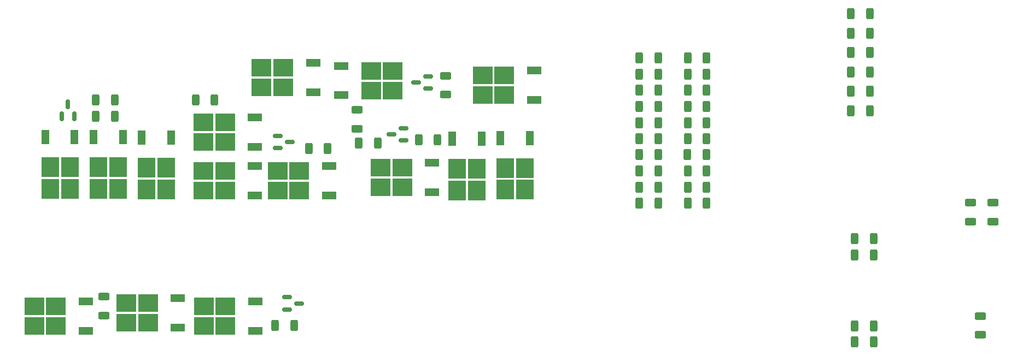
<source format=gbr>
%TF.GenerationSoftware,KiCad,Pcbnew,(6.0.0)*%
%TF.CreationDate,2022-05-14T16:49:07-07:00*%
%TF.ProjectId,Contrl Board GERBER,436f6e74-726c-4204-926f-617264204745,rev?*%
%TF.SameCoordinates,Original*%
%TF.FileFunction,Paste,Bot*%
%TF.FilePolarity,Positive*%
%FSLAX46Y46*%
G04 Gerber Fmt 4.6, Leading zero omitted, Abs format (unit mm)*
G04 Created by KiCad (PCBNEW (6.0.0)) date 2022-05-14 16:49:07*
%MOMM*%
%LPD*%
G01*
G04 APERTURE LIST*
G04 Aperture macros list*
%AMRoundRect*
0 Rectangle with rounded corners*
0 $1 Rounding radius*
0 $2 $3 $4 $5 $6 $7 $8 $9 X,Y pos of 4 corners*
0 Add a 4 corners polygon primitive as box body*
4,1,4,$2,$3,$4,$5,$6,$7,$8,$9,$2,$3,0*
0 Add four circle primitives for the rounded corners*
1,1,$1+$1,$2,$3*
1,1,$1+$1,$4,$5*
1,1,$1+$1,$6,$7*
1,1,$1+$1,$8,$9*
0 Add four rect primitives between the rounded corners*
20,1,$1+$1,$2,$3,$4,$5,0*
20,1,$1+$1,$4,$5,$6,$7,0*
20,1,$1+$1,$6,$7,$8,$9,0*
20,1,$1+$1,$8,$9,$2,$3,0*%
G04 Aperture macros list end*
%ADD10RoundRect,0.250000X0.625000X-0.312500X0.625000X0.312500X-0.625000X0.312500X-0.625000X-0.312500X0*%
%ADD11RoundRect,0.250000X-0.312500X-0.625000X0.312500X-0.625000X0.312500X0.625000X-0.312500X0.625000X0*%
%ADD12R,3.050000X2.750000*%
%ADD13R,2.200000X1.200000*%
%ADD14RoundRect,0.250000X0.312500X0.625000X-0.312500X0.625000X-0.312500X-0.625000X0.312500X-0.625000X0*%
%ADD15RoundRect,0.150000X0.587500X0.150000X-0.587500X0.150000X-0.587500X-0.150000X0.587500X-0.150000X0*%
%ADD16RoundRect,0.150000X-0.587500X-0.150000X0.587500X-0.150000X0.587500X0.150000X-0.587500X0.150000X0*%
%ADD17RoundRect,0.150000X0.150000X-0.587500X0.150000X0.587500X-0.150000X0.587500X-0.150000X-0.587500X0*%
%ADD18R,2.750000X3.050000*%
%ADD19R,1.200000X2.200000*%
%ADD20RoundRect,0.250000X-0.625000X0.312500X-0.625000X-0.312500X0.625000X-0.312500X0.625000X0.312500X0*%
G04 APERTURE END LIST*
D10*
%TO.C,R147*%
X176200000Y-54895000D03*
X176200000Y-51970000D03*
%TD*%
D11*
%TO.C,R155*%
X121432500Y-47070000D03*
X124357500Y-47070000D03*
%TD*%
D10*
%TO.C,R101*%
X38520000Y-69492500D03*
X38520000Y-66567500D03*
%TD*%
D12*
%TO.C,Q7*%
X45350000Y-70575000D03*
X42000000Y-70575000D03*
X42000000Y-67525000D03*
X45350000Y-67525000D03*
D13*
X49975000Y-66770000D03*
X49975000Y-71330000D03*
%TD*%
D14*
%TO.C,R102*%
X67942500Y-71030000D03*
X65017500Y-71030000D03*
%TD*%
D11*
%TO.C,R151*%
X121432500Y-52070000D03*
X124357500Y-52070000D03*
%TD*%
%TO.C,R163*%
X121432500Y-37070000D03*
X124357500Y-37070000D03*
%TD*%
%TO.C,R114*%
X87257500Y-42270000D03*
X90182500Y-42270000D03*
%TD*%
%TO.C,R164*%
X128932500Y-34570000D03*
X131857500Y-34570000D03*
%TD*%
D15*
%TO.C,Q30*%
X88737500Y-32400000D03*
X88737500Y-34300000D03*
X86862500Y-33350000D03*
%TD*%
D11*
%TO.C,R159*%
X121432500Y-42050000D03*
X124357500Y-42050000D03*
%TD*%
%TO.C,R157*%
X121432500Y-44550000D03*
X124357500Y-44550000D03*
%TD*%
%TO.C,R160*%
X128932500Y-39570000D03*
X131857500Y-39570000D03*
%TD*%
D16*
%TO.C,Q12*%
X65412500Y-43500000D03*
X65412500Y-41600000D03*
X67287500Y-42550000D03*
%TD*%
D10*
%TO.C,R122*%
X91470000Y-35242500D03*
X91470000Y-32317500D03*
%TD*%
D11*
%TO.C,R156*%
X128875000Y-44550000D03*
X131800000Y-44550000D03*
%TD*%
%TO.C,R109*%
X37275000Y-36050000D03*
X40200000Y-36050000D03*
%TD*%
D14*
%TO.C,R103*%
X157125000Y-25710000D03*
X154200000Y-25710000D03*
%TD*%
D11*
%TO.C,R168*%
X128932500Y-29570000D03*
X131857500Y-29570000D03*
%TD*%
D12*
%TO.C,Q5*%
X27725000Y-68025000D03*
X31075000Y-68025000D03*
X27725000Y-71075000D03*
X31075000Y-71075000D03*
D13*
X35700000Y-67270000D03*
X35700000Y-71830000D03*
%TD*%
D11*
%TO.C,R134*%
X154757500Y-73570000D03*
X157682500Y-73570000D03*
%TD*%
%TO.C,R152*%
X128932500Y-49570000D03*
X131857500Y-49570000D03*
%TD*%
D14*
%TO.C,R118*%
X157125000Y-37710000D03*
X154200000Y-37710000D03*
%TD*%
D16*
%TO.C,Q8*%
X66862500Y-68550000D03*
X66862500Y-66650000D03*
X68737500Y-67600000D03*
%TD*%
D12*
%TO.C,Q11*%
X57275000Y-42575000D03*
X53925000Y-39525000D03*
X53925000Y-42575000D03*
X57275000Y-39525000D03*
D13*
X61900000Y-38770000D03*
X61900000Y-43330000D03*
%TD*%
D11*
%TO.C,R133*%
X154757500Y-57570000D03*
X157682500Y-57570000D03*
%TD*%
D14*
%TO.C,R113*%
X80892500Y-42780000D03*
X77967500Y-42780000D03*
%TD*%
D11*
%TO.C,R106*%
X70257500Y-43570000D03*
X73182500Y-43570000D03*
%TD*%
D17*
%TO.C,Q16*%
X33900000Y-38587500D03*
X32000000Y-38587500D03*
X32950000Y-36712500D03*
%TD*%
D18*
%TO.C,Q19*%
X96225000Y-50075000D03*
X96225000Y-46725000D03*
X93175000Y-50075000D03*
X93175000Y-46725000D03*
D19*
X92420000Y-42100000D03*
X96980000Y-42100000D03*
%TD*%
D10*
%TO.C,R145*%
X174220000Y-72492500D03*
X174220000Y-69567500D03*
%TD*%
D18*
%TO.C,Q15*%
X33225000Y-49825000D03*
X30175000Y-49825000D03*
X33225000Y-46475000D03*
X30175000Y-46475000D03*
D19*
X29420000Y-41850000D03*
X33980000Y-41850000D03*
%TD*%
D14*
%TO.C,R105*%
X55642500Y-36030000D03*
X52717500Y-36030000D03*
%TD*%
D12*
%TO.C,Q6*%
X57350000Y-68050000D03*
X57350000Y-71100000D03*
X54000000Y-71100000D03*
X54000000Y-68050000D03*
D13*
X61975000Y-67295000D03*
X61975000Y-71855000D03*
%TD*%
D14*
%TO.C,R107*%
X157125000Y-28710000D03*
X154200000Y-28710000D03*
%TD*%
D11*
%TO.C,R110*%
X37257500Y-38570000D03*
X40182500Y-38570000D03*
%TD*%
%TO.C,R162*%
X128932500Y-37070000D03*
X131857500Y-37070000D03*
%TD*%
D14*
%TO.C,R99*%
X157125000Y-22710000D03*
X154200000Y-22710000D03*
%TD*%
D15*
%TO.C,Q22*%
X84937500Y-40450000D03*
X84937500Y-42350000D03*
X83062500Y-41400000D03*
%TD*%
D11*
%TO.C,R153*%
X121432500Y-49570000D03*
X124357500Y-49570000D03*
%TD*%
%TO.C,R158*%
X128932500Y-42070000D03*
X131857500Y-42070000D03*
%TD*%
D18*
%TO.C,Q18*%
X103725000Y-46625000D03*
X100675000Y-49975000D03*
X103725000Y-49975000D03*
X100675000Y-46625000D03*
D19*
X99920000Y-42000000D03*
X104480000Y-42000000D03*
%TD*%
D11*
%TO.C,R154*%
X128932500Y-47070000D03*
X131857500Y-47070000D03*
%TD*%
D14*
%TO.C,R116*%
X157125000Y-34710000D03*
X154200000Y-34710000D03*
%TD*%
D12*
%TO.C,Q10*%
X68775000Y-47025000D03*
X68775000Y-50075000D03*
X65425000Y-47025000D03*
X65425000Y-50075000D03*
D13*
X73400000Y-46270000D03*
X73400000Y-50830000D03*
%TD*%
D11*
%TO.C,R166*%
X128932500Y-32070000D03*
X131857500Y-32070000D03*
%TD*%
D14*
%TO.C,R111*%
X157125000Y-31710000D03*
X154200000Y-31710000D03*
%TD*%
D11*
%TO.C,R167*%
X121432500Y-32070000D03*
X124357500Y-32070000D03*
%TD*%
D12*
%TO.C,Q9*%
X53925000Y-50075000D03*
X53925000Y-47025000D03*
X57275000Y-47025000D03*
X57275000Y-50075000D03*
D13*
X61900000Y-46270000D03*
X61900000Y-50830000D03*
%TD*%
D11*
%TO.C,R165*%
X121432500Y-34570000D03*
X124357500Y-34570000D03*
%TD*%
D10*
%TO.C,R149*%
X172720000Y-54912500D03*
X172720000Y-51987500D03*
%TD*%
D12*
%TO.C,Q17*%
X84700000Y-49575000D03*
X81350000Y-46525000D03*
X84700000Y-46525000D03*
X81350000Y-49575000D03*
D13*
X89325000Y-45770000D03*
X89325000Y-50330000D03*
%TD*%
D18*
%TO.C,Q13*%
X37675000Y-46475000D03*
X40725000Y-46475000D03*
X37675000Y-49825000D03*
X40725000Y-49825000D03*
D19*
X36920000Y-41850000D03*
X41480000Y-41850000D03*
%TD*%
D11*
%TO.C,R169*%
X121432500Y-29570000D03*
X124357500Y-29570000D03*
%TD*%
D12*
%TO.C,Q26*%
X66275000Y-31025000D03*
X62925000Y-31025000D03*
X62925000Y-34075000D03*
X66275000Y-34075000D03*
D13*
X70900000Y-30270000D03*
X70900000Y-34830000D03*
%TD*%
D12*
%TO.C,Q25*%
X79875000Y-34575000D03*
X83225000Y-34575000D03*
X83225000Y-31525000D03*
X79875000Y-31525000D03*
D13*
X75250000Y-35330000D03*
X75250000Y-30770000D03*
%TD*%
D11*
%TO.C,R161*%
X121432500Y-39570000D03*
X124357500Y-39570000D03*
%TD*%
D12*
%TO.C,Q27*%
X97175000Y-35325000D03*
X100525000Y-32275000D03*
X100525000Y-35325000D03*
X97175000Y-32275000D03*
D13*
X105150000Y-31520000D03*
X105150000Y-36080000D03*
%TD*%
D11*
%TO.C,R150*%
X128932500Y-52070000D03*
X131857500Y-52070000D03*
%TD*%
%TO.C,R132*%
X154757500Y-60070000D03*
X157682500Y-60070000D03*
%TD*%
D18*
%TO.C,Q14*%
X45150000Y-46550000D03*
X48200000Y-46550000D03*
X45150000Y-49900000D03*
X48200000Y-49900000D03*
D19*
X44395000Y-41925000D03*
X48955000Y-41925000D03*
%TD*%
D20*
%TO.C,R121*%
X77680000Y-37607500D03*
X77680000Y-40532500D03*
%TD*%
D11*
%TO.C,R135*%
X154757500Y-71070000D03*
X157682500Y-71070000D03*
%TD*%
M02*

</source>
